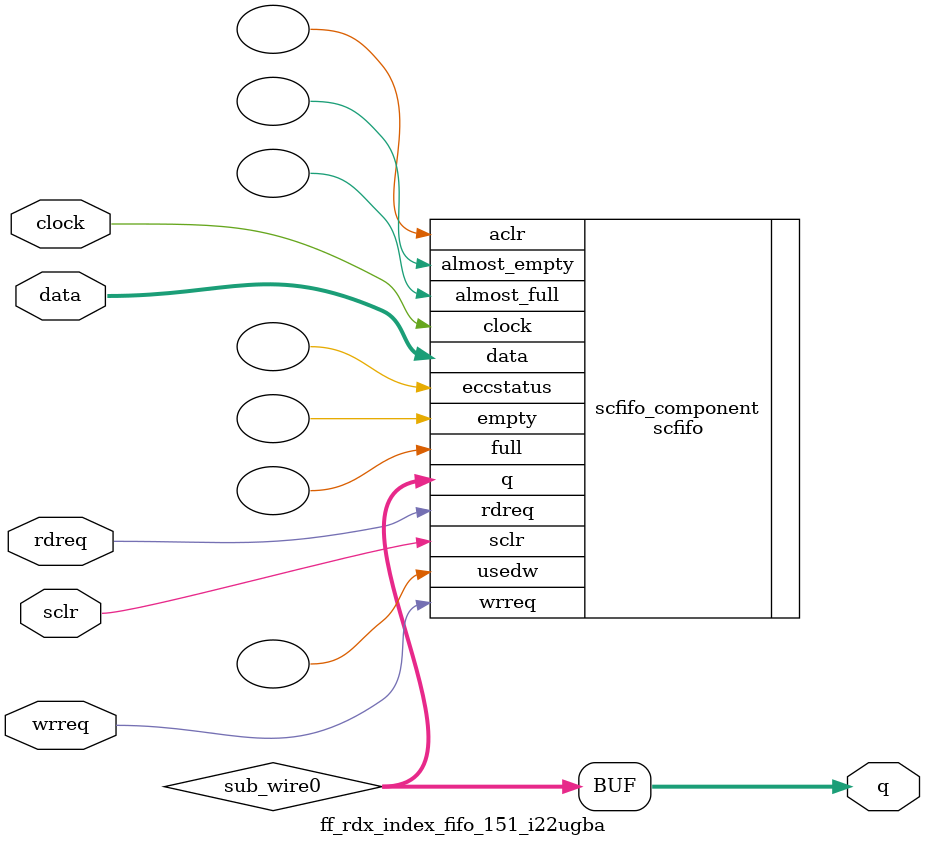
<source format=v>



`timescale 1 ps / 1 ps
// synopsys translate_on
module  ff_rdx_index_fifo_151_i22ugba  (
    clock,
    data,
    rdreq,
    sclr,
    wrreq,
    q);

    input    clock;
    input  [54:0]  data;
    input    rdreq;
    input    sclr;
    input    wrreq;
    output [54:0]  q;

    wire [54:0] sub_wire0;
    wire [54:0] q = sub_wire0[54:0];

    scfifo  scfifo_component (
                .clock (clock),
                .data (data),
                .rdreq (rdreq),
                .sclr (sclr),
                .wrreq (wrreq),
                .q (sub_wire0),
                .aclr (),
                .almost_empty (),
                .almost_full (),
                .eccstatus (),
                .empty (),
                .full (),
                .usedw ());
    defparam
        scfifo_component.add_ram_output_register  = "OFF",
        scfifo_component.enable_ecc  = "FALSE",
        scfifo_component.intended_device_family  = "Arria 10",
        scfifo_component.lpm_hint  = "DISABLE_DCFIFO_EMBEDDED_TIMING_CONSTRAINT=TRUE",
        scfifo_component.lpm_numwords  = 32,
        scfifo_component.lpm_showahead  = "OFF",
        scfifo_component.lpm_type  = "scfifo",
        scfifo_component.lpm_width  = 55,
        scfifo_component.lpm_widthu  = 5,
        scfifo_component.overflow_checking  = "ON",
        scfifo_component.underflow_checking  = "ON",
        scfifo_component.use_eab  = "ON";


endmodule



</source>
